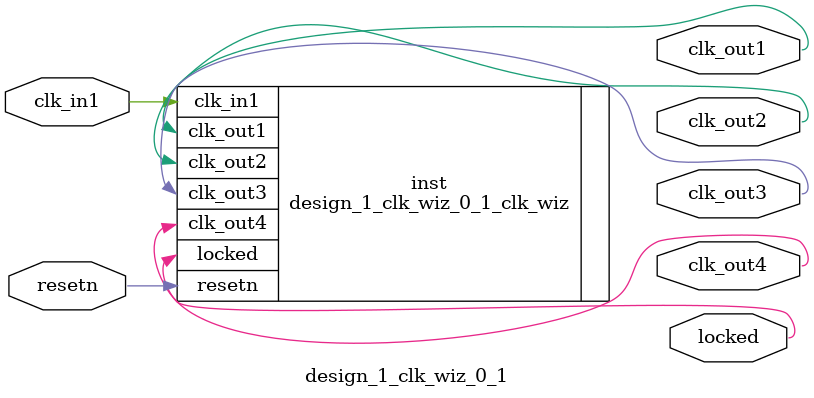
<source format=v>


`timescale 1ps/1ps

(* CORE_GENERATION_INFO = "design_1_clk_wiz_0_1,clk_wiz_v5_4_1_0,{component_name=design_1_clk_wiz_0_1,use_phase_alignment=true,use_min_o_jitter=false,use_max_i_jitter=false,use_dyn_phase_shift=false,use_inclk_switchover=false,use_dyn_reconfig=false,enable_axi=0,feedback_source=FDBK_AUTO,PRIMITIVE=MMCM,num_out_clk=4,clkin1_period=10.000,clkin2_period=10.000,use_power_down=false,use_reset=true,use_locked=true,use_inclk_stopped=false,feedback_type=SINGLE,CLOCK_MGR_TYPE=NA,manual_override=false}" *)

module design_1_clk_wiz_0_1 
 (
  // Clock out ports
  output        clk_out1,
  output        clk_out2,
  output        clk_out3,
  output        clk_out4,
  // Status and control signals
  input         resetn,
  output        locked,
 // Clock in ports
  input         clk_in1
 );

  design_1_clk_wiz_0_1_clk_wiz inst
  (
  // Clock out ports  
  .clk_out1(clk_out1),
  .clk_out2(clk_out2),
  .clk_out3(clk_out3),
  .clk_out4(clk_out4),
  // Status and control signals               
  .resetn(resetn), 
  .locked(locked),
 // Clock in ports
  .clk_in1(clk_in1)
  );

endmodule

</source>
